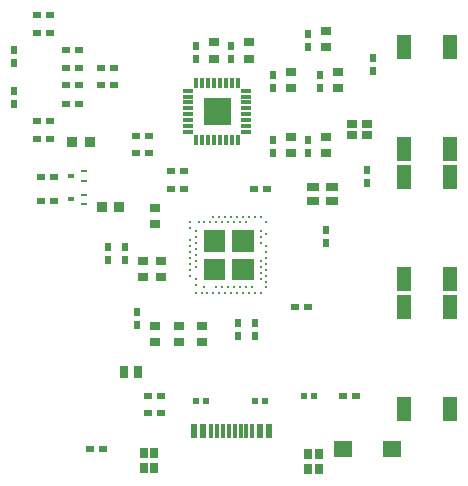
<source format=gtp>
G04 #@! TF.GenerationSoftware,KiCad,Pcbnew,9.0.3*
G04 #@! TF.CreationDate,2025-07-24T21:09:00-07:00*
G04 #@! TF.ProjectId,kikard,6b696b61-7264-42e6-9b69-6361645f7063,rev?*
G04 #@! TF.SameCoordinates,Original*
G04 #@! TF.FileFunction,Paste,Top*
G04 #@! TF.FilePolarity,Positive*
%FSLAX46Y46*%
G04 Gerber Fmt 4.6, Leading zero omitted, Abs format (unit mm)*
G04 Created by KiCad (PCBNEW 9.0.3) date 2025-07-24 21:09:00*
%MOMM*%
%LPD*%
G01*
G04 APERTURE LIST*
G04 Aperture macros list*
%AMRoundRect*
0 Rectangle with rounded corners*
0 $1 Rounding radius*
0 $2 $3 $4 $5 $6 $7 $8 $9 X,Y pos of 4 corners*
0 Add a 4 corners polygon primitive as box body*
4,1,4,$2,$3,$4,$5,$6,$7,$8,$9,$2,$3,0*
0 Add four circle primitives for the rounded corners*
1,1,$1+$1,$2,$3*
1,1,$1+$1,$4,$5*
1,1,$1+$1,$6,$7*
1,1,$1+$1,$8,$9*
0 Add four rect primitives between the rounded corners*
20,1,$1+$1,$2,$3,$4,$5,0*
20,1,$1+$1,$4,$5,$6,$7,0*
20,1,$1+$1,$6,$7,$8,$9,0*
20,1,$1+$1,$8,$9,$2,$3,0*%
G04 Aperture macros list end*
%ADD10C,0.010000*%
%ADD11R,0.540000X0.790000*%
%ADD12R,0.790000X0.540000*%
%ADD13R,0.900000X0.800000*%
%ADD14R,0.810000X0.860000*%
%ADD15R,0.490000X0.290000*%
%ADD16R,0.490000X0.430000*%
%ADD17R,1.100000X0.800000*%
%ADD18R,0.570000X0.540000*%
%ADD19RoundRect,0.032500X0.387500X0.097500X-0.387500X0.097500X-0.387500X-0.097500X0.387500X-0.097500X0*%
%ADD20RoundRect,0.032500X0.097500X0.387500X-0.097500X0.387500X-0.097500X-0.387500X0.097500X-0.387500X0*%
%ADD21R,0.700000X0.900000*%
%ADD22R,0.860000X0.800000*%
%ADD23R,1.530000X1.360000*%
%ADD24R,1.200000X2.000000*%
%ADD25R,0.800000X1.000000*%
%ADD26R,0.850000X0.700000*%
%ADD27R,0.600000X1.150000*%
%ADD28R,0.300000X1.150000*%
%ADD29C,0.275000*%
G04 APERTURE END LIST*
D10*
X149860000Y-101545000D02*
X147640000Y-101545000D01*
X147640000Y-99325000D01*
X149860000Y-99325000D01*
X149860000Y-101545000D01*
G36*
X149860000Y-101545000D02*
G01*
X147640000Y-101545000D01*
X147640000Y-99325000D01*
X149860000Y-99325000D01*
X149860000Y-101545000D01*
G37*
X149345000Y-112245000D02*
X147625000Y-112245000D01*
X147625000Y-110525000D01*
X149345000Y-110525000D01*
X149345000Y-112245000D01*
G36*
X149345000Y-112245000D02*
G01*
X147625000Y-112245000D01*
X147625000Y-110525000D01*
X149345000Y-110525000D01*
X149345000Y-112245000D01*
G37*
X149345000Y-114675000D02*
X147625000Y-114675000D01*
X147625000Y-112955000D01*
X149345000Y-112955000D01*
X149345000Y-114675000D01*
G36*
X149345000Y-114675000D02*
G01*
X147625000Y-114675000D01*
X147625000Y-112955000D01*
X149345000Y-112955000D01*
X149345000Y-114675000D01*
G37*
X151775000Y-112245000D02*
X150055000Y-112245000D01*
X150055000Y-110525000D01*
X151775000Y-110525000D01*
X151775000Y-112245000D01*
G36*
X151775000Y-112245000D02*
G01*
X150055000Y-112245000D01*
X150055000Y-110525000D01*
X151775000Y-110525000D01*
X151775000Y-112245000D01*
G37*
X151775000Y-114675000D02*
X150055000Y-114675000D01*
X150055000Y-112955000D01*
X151775000Y-112955000D01*
X151775000Y-114675000D01*
G36*
X151775000Y-114675000D02*
G01*
X150055000Y-114675000D01*
X150055000Y-112955000D01*
X151775000Y-112955000D01*
X151775000Y-114675000D01*
G37*
D11*
X150500000Y-119500000D03*
X150500000Y-118400000D03*
D12*
X141900000Y-102500000D03*
X143000000Y-102500000D03*
D13*
X147500000Y-118600000D03*
X147500000Y-120000000D03*
D12*
X133500000Y-102780000D03*
X134600000Y-102780000D03*
D14*
X139000000Y-108500000D03*
X140500000Y-108500000D03*
D13*
X159000000Y-97100000D03*
X159000000Y-98500000D03*
D15*
X137500000Y-108300000D03*
X137500000Y-107500000D03*
D16*
X136440000Y-107900000D03*
D12*
X138900000Y-96750000D03*
X140000000Y-96750000D03*
X144900000Y-107000000D03*
X146000000Y-107000000D03*
D11*
X156500000Y-104000000D03*
X156500000Y-102900000D03*
X141000000Y-111900000D03*
X141000000Y-113000000D03*
X147000000Y-94900000D03*
X147000000Y-96000000D03*
D17*
X156900000Y-108010000D03*
X158500000Y-108000000D03*
X158500000Y-106850000D03*
X156900000Y-106860000D03*
D12*
X134600000Y-101280000D03*
X133500000Y-101280000D03*
D18*
X156140000Y-124500000D03*
X157000000Y-124500000D03*
D12*
X146000000Y-105500000D03*
X144900000Y-105500000D03*
X144000000Y-124500000D03*
X142900000Y-124500000D03*
D19*
X151185000Y-102185000D03*
X151185000Y-101685000D03*
X151185000Y-101185000D03*
X151185000Y-100685000D03*
X151185000Y-100185000D03*
X151185000Y-99685000D03*
X151185000Y-99185000D03*
X151185000Y-98685000D03*
D20*
X150500000Y-98000000D03*
X150000000Y-98000000D03*
X149500000Y-98000000D03*
X149000000Y-98000000D03*
X148500000Y-98000000D03*
X148000000Y-98000000D03*
X147500000Y-98000000D03*
X147000000Y-98000000D03*
D19*
X146315000Y-98685000D03*
X146315000Y-99185000D03*
X146315000Y-99685000D03*
X146315000Y-100185000D03*
X146315000Y-100685000D03*
X146315000Y-101185000D03*
X146315000Y-101685000D03*
X146315000Y-102185000D03*
D20*
X147000000Y-102870000D03*
X147500000Y-102870000D03*
X148000000Y-102870000D03*
X148500000Y-102870000D03*
X149000000Y-102870000D03*
X149500000Y-102870000D03*
X150000000Y-102870000D03*
X150500000Y-102870000D03*
D11*
X157500000Y-97400000D03*
X157500000Y-98500000D03*
D21*
X142550000Y-129350000D03*
X142550000Y-130650000D03*
X143450000Y-129350000D03*
X143450000Y-130650000D03*
D11*
X149950000Y-94900000D03*
X149950000Y-96000000D03*
D22*
X142500000Y-114500000D03*
X142500000Y-113100000D03*
D11*
X139500000Y-111900000D03*
X139500000Y-113000000D03*
D12*
X134600000Y-92280000D03*
X133500000Y-92280000D03*
D21*
X156500000Y-129430000D03*
X156500000Y-130730000D03*
X157400000Y-129430000D03*
X157400000Y-130730000D03*
D12*
X144000000Y-126000000D03*
X142900000Y-126000000D03*
X156500000Y-117000000D03*
X155400000Y-117000000D03*
X136000000Y-99780000D03*
X137100000Y-99780000D03*
D23*
X159460000Y-129000000D03*
X163540000Y-129000000D03*
D12*
X153000000Y-107000000D03*
X151900000Y-107000000D03*
D11*
X153500000Y-97400000D03*
X153500000Y-98500000D03*
D24*
X164550000Y-114600000D03*
X164550000Y-106000000D03*
X168450000Y-114600000D03*
X168450000Y-106000000D03*
D18*
X152000000Y-125000000D03*
X152860000Y-125000000D03*
D11*
X156500000Y-93900000D03*
X156500000Y-95000000D03*
D25*
X142100000Y-122500000D03*
X140900000Y-122500000D03*
D24*
X164550000Y-125600000D03*
X164550000Y-117000000D03*
X168450000Y-125600000D03*
X168450000Y-117000000D03*
D22*
X144000000Y-113100000D03*
X144000000Y-114500000D03*
D18*
X147860000Y-125000000D03*
X147000000Y-125000000D03*
D13*
X158000000Y-93600000D03*
X158000000Y-95000000D03*
D26*
X160200000Y-102400000D03*
X161500000Y-102400000D03*
X161500000Y-101500000D03*
X160200000Y-101500000D03*
D27*
X146800000Y-127545000D03*
X147600000Y-127545000D03*
D28*
X148750000Y-127545000D03*
X149750000Y-127545000D03*
X150250000Y-127545000D03*
X151250000Y-127545000D03*
D27*
X153200000Y-127545000D03*
X152400000Y-127545000D03*
D28*
X151750000Y-127545000D03*
X150750000Y-127545000D03*
X149250000Y-127545000D03*
X148250000Y-127545000D03*
D12*
X138900000Y-98250000D03*
X140000000Y-98250000D03*
D13*
X143500000Y-108600000D03*
X143500000Y-110000000D03*
D11*
X142000000Y-117400000D03*
X142000000Y-118500000D03*
X162000000Y-95900000D03*
X162000000Y-97000000D03*
D12*
X136000000Y-98250000D03*
X137100000Y-98250000D03*
X159450000Y-124500000D03*
X160550000Y-124500000D03*
D24*
X164550000Y-103600000D03*
X164550000Y-95000000D03*
X168450000Y-103600000D03*
X168450000Y-95000000D03*
D15*
X137500000Y-106300000D03*
X137500000Y-105500000D03*
D16*
X136440000Y-105900000D03*
D12*
X133900000Y-108000000D03*
X135000000Y-108000000D03*
D13*
X148500000Y-94600000D03*
X148500000Y-96000000D03*
D11*
X152000000Y-119500000D03*
X152000000Y-118400000D03*
D13*
X143500000Y-120000000D03*
X143500000Y-118600000D03*
D12*
X141900000Y-104000000D03*
X143000000Y-104000000D03*
D13*
X158000000Y-104000000D03*
X158000000Y-102600000D03*
D14*
X136500000Y-103000000D03*
X138000000Y-103000000D03*
D11*
X131600000Y-95230000D03*
X131600000Y-96330000D03*
D13*
X155000000Y-97100000D03*
X155000000Y-98500000D03*
D12*
X138020000Y-129000000D03*
X139120000Y-129000000D03*
D11*
X131600000Y-98680000D03*
X131600000Y-99780000D03*
D12*
X133900000Y-106000000D03*
X135000000Y-106000000D03*
X134600000Y-93780000D03*
X133500000Y-93780000D03*
D11*
X153500000Y-104000000D03*
X153500000Y-102900000D03*
D13*
X155000000Y-104000000D03*
X155000000Y-102600000D03*
X145500000Y-120000000D03*
X145500000Y-118600000D03*
D11*
X161500000Y-106500000D03*
X161500000Y-105400000D03*
D13*
X151500000Y-94600000D03*
X151500000Y-96000000D03*
D12*
X137100000Y-96750000D03*
X136000000Y-96750000D03*
D11*
X158000000Y-110450000D03*
X158000000Y-111550000D03*
D12*
X136000000Y-95280000D03*
X137100000Y-95280000D03*
D29*
X148450000Y-109350000D03*
X148950000Y-109350000D03*
X149450000Y-109350000D03*
X149950000Y-109350000D03*
X150450000Y-109350000D03*
X150950000Y-109350000D03*
X151450000Y-109350000D03*
X151950000Y-109350000D03*
X152450000Y-109350000D03*
X152950000Y-114850000D03*
X146950000Y-115100000D03*
X147700000Y-115350000D03*
X148700000Y-115350000D03*
X149200000Y-115350000D03*
X149700000Y-115350000D03*
X150200000Y-115350000D03*
X150700000Y-115350000D03*
X151200000Y-115350000D03*
X151700000Y-115350000D03*
X152950000Y-115350000D03*
X146950000Y-115850000D03*
X147450000Y-115850000D03*
X147950000Y-115850000D03*
X148450000Y-115850000D03*
X148950000Y-115850000D03*
X149450000Y-115850000D03*
X149950000Y-115850000D03*
X150450000Y-115850000D03*
X150950000Y-115850000D03*
X151450000Y-115850000D03*
X151950000Y-115850000D03*
X152450000Y-115850000D03*
X146450000Y-109850000D03*
X147200000Y-109850000D03*
X147700000Y-109850000D03*
X148200000Y-109850000D03*
X148700000Y-109850000D03*
X149200000Y-109850000D03*
X149700000Y-109850000D03*
X150200000Y-109850000D03*
X150700000Y-109850000D03*
X151200000Y-109850000D03*
X152950000Y-109850000D03*
X146450000Y-110350000D03*
X146950000Y-110600000D03*
X152450000Y-110600000D03*
X152950000Y-110850000D03*
X146950000Y-111100000D03*
X152450000Y-111100000D03*
X146450000Y-111350000D03*
X146950000Y-111600000D03*
X152450000Y-111600000D03*
X146450000Y-111850000D03*
X152950000Y-111850000D03*
X146950000Y-112100000D03*
X146450000Y-112350000D03*
X152950000Y-112350000D03*
X146950000Y-112600000D03*
X146450000Y-112850000D03*
X152950000Y-112850000D03*
X146950000Y-113100000D03*
X152450000Y-113100000D03*
X146450000Y-113350000D03*
X152950000Y-113350000D03*
X146950000Y-113600000D03*
X152450000Y-113600000D03*
X146450000Y-113850000D03*
X152950000Y-113850000D03*
X152450000Y-114100000D03*
X146450000Y-114350000D03*
X152950000Y-114350000D03*
X146950000Y-114600000D03*
X152450000Y-114600000D03*
M02*

</source>
